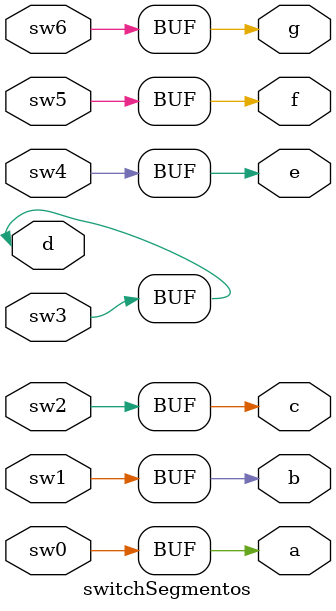
<source format=v>
`timescale 1ns / 1ps
module switchSegmentos(
    input sw0,
    input sw1,
    input sw2,
    input sw3,
    input sw4,
    input sw5,
    input sw6,
    output a,
    output b,
    output c,
    inout d,
    output e,
    output f,
    output g
    );
	 
	 assign a = sw0;
	 assign b = sw1;
	 assign c = sw2;
	 assign d = sw3;
	 assign e = sw4;
	 assign f = sw5;
	 assign g = sw6;
	 


endmodule

</source>
